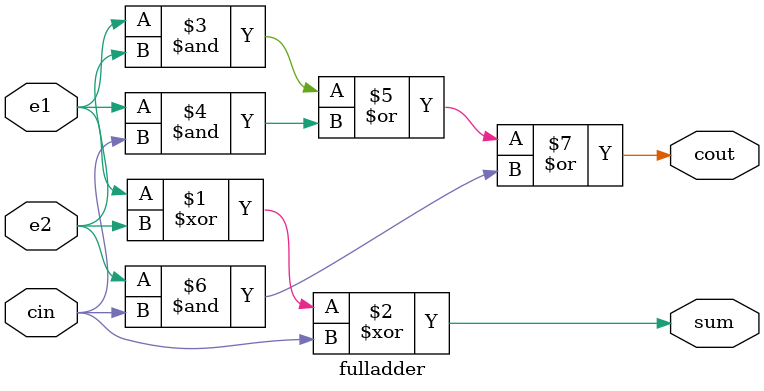
<source format=v>
`timescale 1ns / 1ps
module fulladder(e1,e2,cin,sum,cout);
	input e1,e2,cin;
	output sum,cout;
	assign sum = e1^e2^cin;
	assign cout = (e1&e2)|(e1&cin)|(e2&cin);
endmodule

</source>
